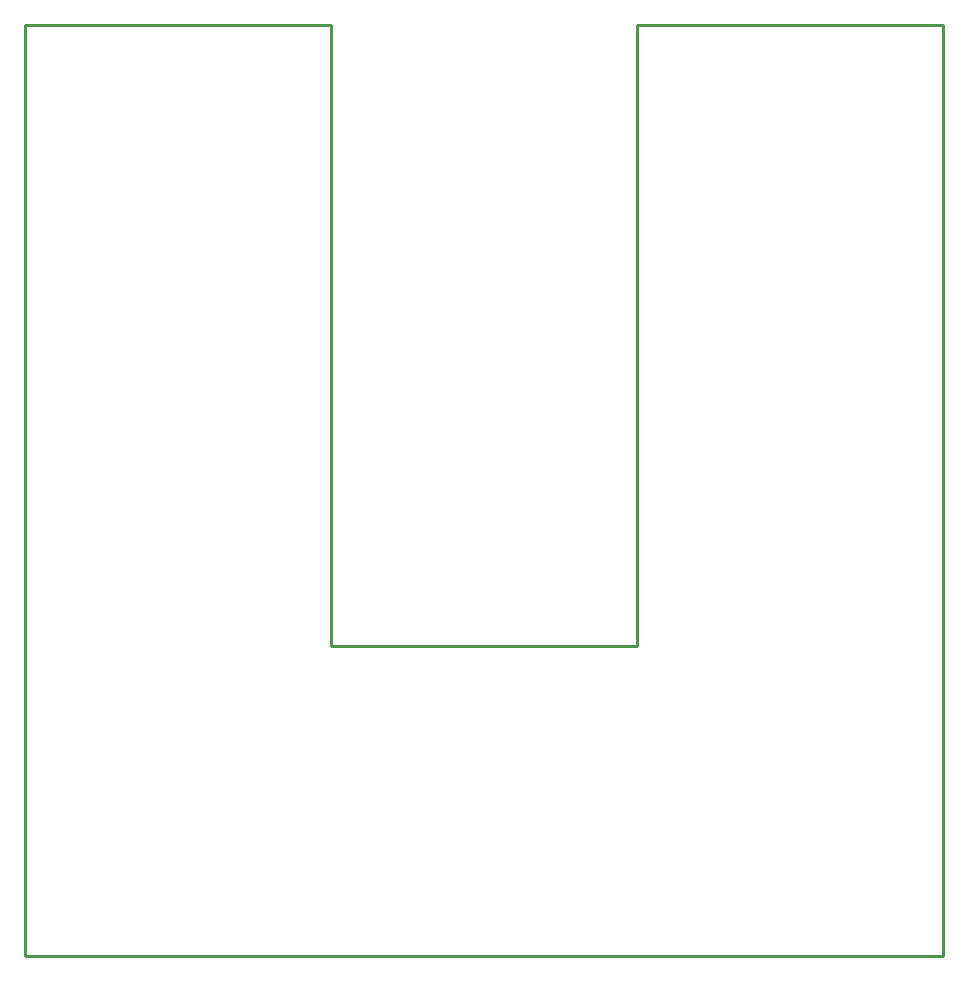
<source format=gbr>
G04 EAGLE Gerber X2 export*
%TF.Part,Single*%
%TF.FileFunction,Profile,NP*%
%TF.FilePolarity,Positive*%
%TF.GenerationSoftware,Autodesk,EAGLE,8.7.1*%
%TF.CreationDate,2018-09-06T09:55:23Z*%
G75*
%MOMM*%
%FSLAX34Y34*%
%LPD*%
%AMOC8*
5,1,8,0,0,1.08239X$1,22.5*%
G01*
%ADD10C,0.254000*%


D10*
X0Y0D02*
X777240Y0D01*
X777240Y788670D01*
X518160Y788670D01*
X518160Y262890D01*
X259080Y262890D01*
X259080Y788670D01*
X0Y788670D01*
X0Y262890D01*
X0Y0D01*
M02*

</source>
